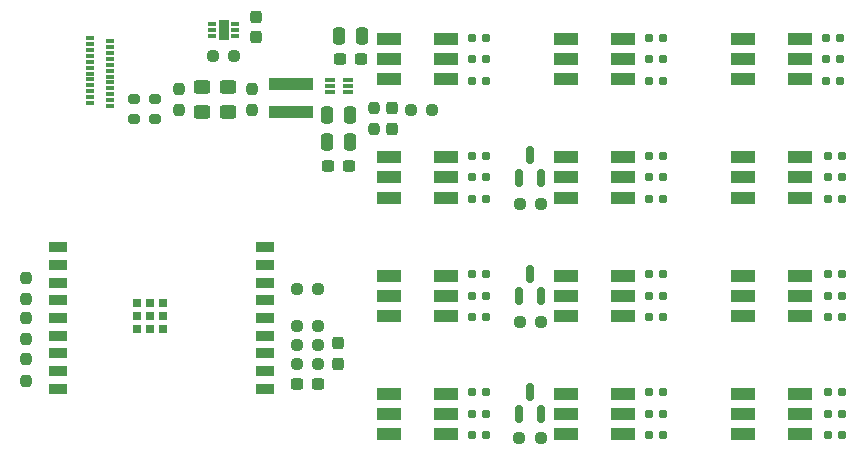
<source format=gbr>
%TF.GenerationSoftware,KiCad,Pcbnew,(6.0.0)*%
%TF.CreationDate,2022-11-26T21:53:32+02:00*%
%TF.ProjectId,mood,6d6f6f64-2e6b-4696-9361-645f70636258,rev?*%
%TF.SameCoordinates,Original*%
%TF.FileFunction,Paste,Top*%
%TF.FilePolarity,Positive*%
%FSLAX46Y46*%
G04 Gerber Fmt 4.6, Leading zero omitted, Abs format (unit mm)*
G04 Created by KiCad (PCBNEW (6.0.0)) date 2022-11-26 21:53:32*
%MOMM*%
%LPD*%
G01*
G04 APERTURE LIST*
G04 Aperture macros list*
%AMRoundRect*
0 Rectangle with rounded corners*
0 $1 Rounding radius*
0 $2 $3 $4 $5 $6 $7 $8 $9 X,Y pos of 4 corners*
0 Add a 4 corners polygon primitive as box body*
4,1,4,$2,$3,$4,$5,$6,$7,$8,$9,$2,$3,0*
0 Add four circle primitives for the rounded corners*
1,1,$1+$1,$2,$3*
1,1,$1+$1,$4,$5*
1,1,$1+$1,$6,$7*
1,1,$1+$1,$8,$9*
0 Add four rect primitives between the rounded corners*
20,1,$1+$1,$2,$3,$4,$5,0*
20,1,$1+$1,$4,$5,$6,$7,0*
20,1,$1+$1,$6,$7,$8,$9,0*
20,1,$1+$1,$8,$9,$2,$3,0*%
G04 Aperture macros list end*
%ADD10RoundRect,0.200000X0.275000X-0.200000X0.275000X0.200000X-0.275000X0.200000X-0.275000X-0.200000X0*%
%ADD11RoundRect,0.250000X-0.250000X-0.475000X0.250000X-0.475000X0.250000X0.475000X-0.250000X0.475000X0*%
%ADD12R,3.700000X0.980000*%
%ADD13RoundRect,0.237500X0.250000X0.237500X-0.250000X0.237500X-0.250000X-0.237500X0.250000X-0.237500X0*%
%ADD14RoundRect,0.237500X-0.237500X0.250000X-0.237500X-0.250000X0.237500X-0.250000X0.237500X0.250000X0*%
%ADD15R,0.950000X0.300000*%
%ADD16RoundRect,0.237500X0.237500X-0.300000X0.237500X0.300000X-0.237500X0.300000X-0.237500X-0.300000X0*%
%ADD17RoundRect,0.237500X-0.300000X-0.237500X0.300000X-0.237500X0.300000X0.237500X-0.300000X0.237500X0*%
%ADD18RoundRect,0.160000X0.197500X0.160000X-0.197500X0.160000X-0.197500X-0.160000X0.197500X-0.160000X0*%
%ADD19R,2.000000X1.100000*%
%ADD20R,1.500000X0.900000*%
%ADD21R,0.700000X0.700000*%
%ADD22RoundRect,0.237500X0.237500X-0.250000X0.237500X0.250000X-0.237500X0.250000X-0.237500X-0.250000X0*%
%ADD23R,0.700000X0.300000*%
%ADD24RoundRect,0.237500X-0.250000X-0.237500X0.250000X-0.237500X0.250000X0.237500X-0.250000X0.237500X0*%
%ADD25RoundRect,0.250000X-0.450000X0.325000X-0.450000X-0.325000X0.450000X-0.325000X0.450000X0.325000X0*%
%ADD26RoundRect,0.150000X0.150000X-0.587500X0.150000X0.587500X-0.150000X0.587500X-0.150000X-0.587500X0*%
%ADD27R,0.900000X1.800000*%
G04 APERTURE END LIST*
D10*
%TO.C,R6*%
X119900000Y-97875000D03*
X119900000Y-99525000D03*
%TD*%
%TO.C,R5*%
X118100000Y-97875000D03*
X118100000Y-99525000D03*
%TD*%
D11*
%TO.C,C7*%
X136400000Y-101500000D03*
X134500000Y-101500000D03*
%TD*%
%TO.C,C5*%
X136400000Y-99250000D03*
X134500000Y-99250000D03*
%TD*%
%TO.C,C2*%
X135500000Y-92500000D03*
X137400000Y-92500000D03*
%TD*%
D12*
%TO.C,L1*%
X131450000Y-98935000D03*
X131450000Y-96565000D03*
%TD*%
D13*
%TO.C,R3*%
X141537500Y-98750000D03*
X143362500Y-98750000D03*
%TD*%
D14*
%TO.C,R2*%
X138450000Y-100412500D03*
X138450000Y-98587500D03*
%TD*%
D15*
%TO.C,IC2*%
X134700000Y-96250000D03*
X134700000Y-96750000D03*
X134700000Y-97250000D03*
X136200000Y-97250000D03*
X136200000Y-96750000D03*
X136200000Y-96250000D03*
%TD*%
D16*
%TO.C,C8*%
X139950000Y-98637500D03*
X139950000Y-100362500D03*
%TD*%
D17*
%TO.C,C4*%
X134587500Y-103500000D03*
X136312500Y-103500000D03*
%TD*%
%TO.C,C3*%
X135587500Y-94500000D03*
X137312500Y-94500000D03*
%TD*%
D18*
%TO.C,R52*%
X162897500Y-124500000D03*
X161702500Y-124500000D03*
%TD*%
%TO.C,R30*%
X177897500Y-92700000D03*
X176702500Y-92700000D03*
%TD*%
%TO.C,R33*%
X162897500Y-106300000D03*
X161702500Y-106300000D03*
%TD*%
D19*
%TO.C,D4*%
X169700000Y-92800000D03*
X169700000Y-94500000D03*
X169700000Y-96200000D03*
X174500000Y-96200000D03*
X174500000Y-94500000D03*
X174500000Y-92800000D03*
%TD*%
D18*
%TO.C,R31*%
X147897500Y-122700000D03*
X146702500Y-122700000D03*
%TD*%
D20*
%TO.C,IC1*%
X129200000Y-122400000D03*
X129200000Y-120900000D03*
X129200000Y-119400000D03*
X129200000Y-117900000D03*
X129200000Y-116400000D03*
X129200000Y-114900000D03*
X129200000Y-113400000D03*
X129200000Y-111900000D03*
X129200000Y-110400000D03*
X111700000Y-110400000D03*
X111700000Y-111900000D03*
X111700000Y-113400000D03*
X111700000Y-114900000D03*
X111700000Y-116400000D03*
X111700000Y-117900000D03*
X111700000Y-119400000D03*
X111700000Y-120900000D03*
X111700000Y-122400000D03*
D21*
X119490000Y-116200000D03*
X118390000Y-116200000D03*
X118390000Y-117300000D03*
X119490000Y-117300000D03*
X120590000Y-117300000D03*
X120590000Y-116200000D03*
X120590000Y-115100000D03*
X119490000Y-115100000D03*
X118390000Y-115100000D03*
%TD*%
D18*
%TO.C,R43*%
X178097500Y-112700000D03*
X176902500Y-112700000D03*
%TD*%
D19*
%TO.C,D10*%
X139700000Y-92800000D03*
X139700000Y-94500000D03*
X139700000Y-96200000D03*
X144500000Y-96200000D03*
X144500000Y-94500000D03*
X144500000Y-92800000D03*
%TD*%
D18*
%TO.C,R37*%
X162897500Y-104500000D03*
X161702500Y-104500000D03*
%TD*%
D19*
%TO.C,D11*%
X139700000Y-112800000D03*
X139700000Y-114500000D03*
X139700000Y-116200000D03*
X144500000Y-116200000D03*
X144500000Y-114500000D03*
X144500000Y-112800000D03*
%TD*%
D18*
%TO.C,R47*%
X162897500Y-96300000D03*
X161702500Y-96300000D03*
%TD*%
D19*
%TO.C,D8*%
X154700000Y-112800000D03*
X154700000Y-114500000D03*
X154700000Y-116200000D03*
X159500000Y-116200000D03*
X159500000Y-114500000D03*
X159500000Y-112800000D03*
%TD*%
D22*
%TO.C,R28*%
X109000000Y-118212500D03*
X109000000Y-116387500D03*
%TD*%
D18*
%TO.C,R54*%
X178097500Y-102700000D03*
X176902500Y-102700000D03*
%TD*%
D23*
%TO.C,J2*%
X116120000Y-92950000D03*
X116120000Y-93450000D03*
X116120000Y-93950000D03*
X116120000Y-94450000D03*
X116120000Y-94950000D03*
X116120000Y-95450000D03*
X116120000Y-95950000D03*
X116120000Y-96450000D03*
X116120000Y-96950000D03*
X116120000Y-97450000D03*
X116120000Y-97950000D03*
X116120000Y-98450000D03*
X114420000Y-98200000D03*
X114420000Y-97700000D03*
X114420000Y-97200000D03*
X114420000Y-96700000D03*
X114420000Y-96200000D03*
X114420000Y-95700000D03*
X114420000Y-95200000D03*
X114420000Y-94700000D03*
X114420000Y-94200000D03*
X114420000Y-93700000D03*
X114420000Y-93200000D03*
X114420000Y-92700000D03*
%TD*%
D14*
%TO.C,R17*%
X128100000Y-98812500D03*
X128100000Y-96987500D03*
%TD*%
D19*
%TO.C,D14*%
X154700000Y-122800000D03*
X154700000Y-124500000D03*
X154700000Y-126200000D03*
X159500000Y-126200000D03*
X159500000Y-124500000D03*
X159500000Y-122800000D03*
%TD*%
D18*
%TO.C,R35*%
X178097500Y-116300000D03*
X176902500Y-116300000D03*
%TD*%
%TO.C,R51*%
X162900000Y-94500000D03*
X161705000Y-94500000D03*
%TD*%
D24*
%TO.C,R16*%
X150775000Y-106768750D03*
X152600000Y-106768750D03*
%TD*%
D25*
%TO.C,D2*%
X126100000Y-98925000D03*
X126100000Y-96875000D03*
%TD*%
D19*
%TO.C,D5*%
X139700000Y-122800000D03*
X139700000Y-124500000D03*
X139700000Y-126200000D03*
X144500000Y-126200000D03*
X144500000Y-124500000D03*
X144500000Y-122800000D03*
%TD*%
D18*
%TO.C,R26*%
X147897500Y-124500000D03*
X146702500Y-124500000D03*
%TD*%
%TO.C,R36*%
X147897500Y-96300000D03*
X146702500Y-96300000D03*
%TD*%
%TO.C,R56*%
X162897500Y-122700000D03*
X161702500Y-122700000D03*
%TD*%
D13*
%TO.C,R1*%
X133712500Y-120300000D03*
X131887500Y-120300000D03*
%TD*%
D18*
%TO.C,R24*%
X178097500Y-124500000D03*
X176902500Y-124500000D03*
%TD*%
D16*
%TO.C,C11*%
X128450000Y-92612500D03*
X128450000Y-90887500D03*
%TD*%
D19*
%TO.C,D3*%
X169700000Y-122800000D03*
X169700000Y-124500000D03*
X169700000Y-126200000D03*
X174500000Y-126200000D03*
X174500000Y-124500000D03*
X174500000Y-122800000D03*
%TD*%
D18*
%TO.C,R32*%
X147897500Y-102700000D03*
X146702500Y-102700000D03*
%TD*%
%TO.C,R39*%
X178097500Y-114500000D03*
X176902500Y-114500000D03*
%TD*%
%TO.C,R40*%
X147897500Y-94500000D03*
X146702500Y-94500000D03*
%TD*%
%TO.C,R21*%
X147897500Y-106300000D03*
X146702500Y-106300000D03*
%TD*%
D13*
%TO.C,R4*%
X133712500Y-113900000D03*
X131887500Y-113900000D03*
%TD*%
D19*
%TO.C,D9*%
X169700000Y-112800000D03*
X169700000Y-114500000D03*
X169700000Y-116200000D03*
X174500000Y-116200000D03*
X174500000Y-114500000D03*
X174500000Y-112800000D03*
%TD*%
D18*
%TO.C,R25*%
X177897500Y-94500000D03*
X176702500Y-94500000D03*
%TD*%
D24*
%TO.C,R14*%
X150775000Y-116706250D03*
X152600000Y-116706250D03*
%TD*%
D19*
%TO.C,D7*%
X154700000Y-102800000D03*
X154700000Y-104500000D03*
X154700000Y-106200000D03*
X159500000Y-106200000D03*
X159500000Y-104500000D03*
X159500000Y-102800000D03*
%TD*%
D24*
%TO.C,R8*%
X131887500Y-117100000D03*
X133712500Y-117100000D03*
%TD*%
D14*
%TO.C,R7*%
X121900000Y-96987500D03*
X121900000Y-98812500D03*
%TD*%
D18*
%TO.C,R46*%
X178097500Y-106300000D03*
X176902500Y-106300000D03*
%TD*%
D22*
%TO.C,R23*%
X109000000Y-114812500D03*
X109000000Y-112987500D03*
%TD*%
D18*
%TO.C,R55*%
X162897500Y-92700000D03*
X161702500Y-92700000D03*
%TD*%
%TO.C,R41*%
X162900000Y-102700000D03*
X161705000Y-102700000D03*
%TD*%
%TO.C,R19*%
X177897500Y-96300000D03*
X176702500Y-96300000D03*
%TD*%
D26*
%TO.C,Q2*%
X150700000Y-124556250D03*
X152600000Y-124556250D03*
X151650000Y-122681250D03*
%TD*%
D18*
%TO.C,R18*%
X178097500Y-126300000D03*
X176902500Y-126300000D03*
%TD*%
D16*
%TO.C,C6*%
X135400000Y-120262500D03*
X135400000Y-118537500D03*
%TD*%
D23*
%TO.C,IC6*%
X124700000Y-91500000D03*
X124700000Y-92000000D03*
X124700000Y-92500000D03*
X126700000Y-92500000D03*
X126700000Y-92000000D03*
X126700000Y-91500000D03*
D27*
X125700000Y-92000000D03*
%TD*%
D22*
%TO.C,R57*%
X109000000Y-121712500D03*
X109000000Y-119887500D03*
%TD*%
D18*
%TO.C,R42*%
X162897500Y-112700000D03*
X161702500Y-112700000D03*
%TD*%
%TO.C,R48*%
X162897500Y-126300000D03*
X161702500Y-126300000D03*
%TD*%
D24*
%TO.C,R22*%
X124787500Y-94250000D03*
X126612500Y-94250000D03*
%TD*%
D17*
%TO.C,C1*%
X131937500Y-122000000D03*
X133662500Y-122000000D03*
%TD*%
D19*
%TO.C,D12*%
X169700000Y-102800000D03*
X169700000Y-104500000D03*
X169700000Y-106200000D03*
X174500000Y-106200000D03*
X174500000Y-104500000D03*
X174500000Y-102800000D03*
%TD*%
D18*
%TO.C,R27*%
X147897500Y-104500000D03*
X146702500Y-104500000D03*
%TD*%
D19*
%TO.C,D13*%
X154700000Y-92800000D03*
X154700000Y-94500000D03*
X154700000Y-96200000D03*
X159500000Y-96200000D03*
X159500000Y-94500000D03*
X159500000Y-92800000D03*
%TD*%
D18*
%TO.C,R34*%
X162897500Y-116300000D03*
X161702500Y-116300000D03*
%TD*%
D13*
%TO.C,R9*%
X133712500Y-118700000D03*
X131887500Y-118700000D03*
%TD*%
D18*
%TO.C,R29*%
X178097500Y-122700000D03*
X176902500Y-122700000D03*
%TD*%
D26*
%TO.C,Q3*%
X150700000Y-104506250D03*
X152600000Y-104506250D03*
X151650000Y-102631250D03*
%TD*%
D19*
%TO.C,D6*%
X144500000Y-102800000D03*
X144500000Y-104500000D03*
X144500000Y-106200000D03*
X139700000Y-106200000D03*
X139700000Y-104500000D03*
X139700000Y-102800000D03*
%TD*%
D18*
%TO.C,R53*%
X147897500Y-112700000D03*
X146702500Y-112700000D03*
%TD*%
%TO.C,R49*%
X147897500Y-114500000D03*
X146702500Y-114500000D03*
%TD*%
%TO.C,R20*%
X147897500Y-126300000D03*
X146702500Y-126300000D03*
%TD*%
D25*
%TO.C,D1*%
X123900000Y-96875000D03*
X123900000Y-98925000D03*
%TD*%
D18*
%TO.C,R44*%
X147897500Y-92700000D03*
X146702500Y-92700000D03*
%TD*%
D24*
%TO.C,R15*%
X150737500Y-126518750D03*
X152562500Y-126518750D03*
%TD*%
D18*
%TO.C,R45*%
X147897500Y-116300000D03*
X146702500Y-116300000D03*
%TD*%
D26*
%TO.C,Q1*%
X150700000Y-114506250D03*
X152600000Y-114506250D03*
X151650000Y-112631250D03*
%TD*%
D18*
%TO.C,R38*%
X162897500Y-114500000D03*
X161702500Y-114500000D03*
%TD*%
%TO.C,R50*%
X178097500Y-104500000D03*
X176902500Y-104500000D03*
%TD*%
M02*

</source>
